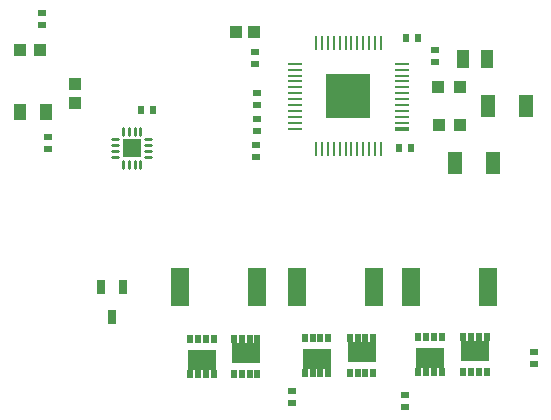
<source format=gtp>
G04 Layer: TopPasteMaskLayer*
G04 EasyEDA v6.3.43, 2020-06-06T21:57:39--5:00*
G04 e15436741f6a4511bf69b1aef7df7d06,7c1e8d740ba24e6f83eb2d53d3341807,10*
G04 Gerber Generator version 0.2*
G04 Scale: 100 percent, Rotated: No, Reflected: No *
G04 Dimensions in millimeters *
G04 leading zeros omitted , absolute positions ,3 integer and 3 decimal *
%FSLAX33Y33*%
%MOMM*%
G90*
G71D02*

%ADD21C,0.280010*%
%ADD27R,0.799998X0.499999*%
%ADD28R,0.999998X1.399997*%
%ADD29R,1.092200X0.990600*%
%ADD30R,1.199998X1.899996*%
%ADD31R,0.499999X0.700024*%
%ADD32R,2.480005X1.799996*%
%ADD33R,0.999998X1.550010*%
%ADD34R,0.699999X1.250010*%
%ADD35R,1.599997X1.599997*%
%ADD36R,1.599997X3.299993*%
%ADD37R,1.099998X0.999998*%
%ADD38R,0.999998X1.099998*%
%ADD39R,0.499999X0.799998*%
%ADD40R,0.254000X1.143000*%
%ADD41R,1.143000X0.254000*%
%ADD42R,1.143000X0.299999*%
%ADD43R,3.699993X3.699993*%

%LPD*%
G54D21*
G01X14275Y27159D02*
G01X14275Y26639D01*
G01X14776Y27159D02*
G01X14776Y26639D01*
G01X15273Y27159D02*
G01X15273Y26639D01*
G01X15774Y27159D02*
G01X15774Y26639D01*
G01X16164Y26249D02*
G01X16684Y26249D01*
G01X16164Y25748D02*
G01X16684Y25748D01*
G01X16164Y25251D02*
G01X16684Y25251D01*
G01X16164Y24750D02*
G01X16684Y24750D01*
G01X15774Y24360D02*
G01X15774Y23840D01*
G01X15273Y24360D02*
G01X15273Y23840D01*
G01X14776Y24360D02*
G01X14776Y23840D01*
G01X14275Y24360D02*
G01X14275Y23840D01*
G01X13365Y24750D02*
G01X13885Y24750D01*
G01X13365Y25251D02*
G01X13885Y25251D01*
G01X13365Y25748D02*
G01X13885Y25748D01*
G01X13365Y26249D02*
G01X13885Y26249D01*
G54D27*
G01X7404Y35956D03*
G01X7404Y36956D03*
G54D28*
G01X5543Y28581D03*
G01X7743Y28581D03*
G54D27*
G01X7912Y26415D03*
G01X7912Y25415D03*
G54D29*
G01X5538Y33788D03*
G01X7239Y33788D03*
G54D27*
G01X38138Y3571D03*
G01X38138Y4571D03*
G01X49060Y7254D03*
G01X49060Y8254D03*
G01X28613Y3952D03*
G01X28613Y4952D03*
G54D30*
G01X45580Y24263D03*
G01X42380Y24263D03*
G01X45175Y29089D03*
G01X48375Y29089D03*
G54D31*
G01X31668Y9438D03*
G01X31008Y9438D03*
G01X30348Y9438D03*
G01X29688Y9438D03*
G01X29688Y6468D03*
G01X30348Y6468D03*
G01X31008Y6468D03*
G01X31668Y6468D03*
G54D32*
G01X30678Y7668D03*
G54D31*
G01X21984Y9366D03*
G01X21323Y9366D03*
G01X20664Y9366D03*
G01X20004Y9366D03*
G01X20003Y6396D03*
G01X20664Y6396D03*
G01X21323Y6396D03*
G01X21984Y6396D03*
G54D32*
G01X20993Y7595D03*
G54D33*
G01X43107Y33026D03*
G01X45107Y33026D03*
G54D34*
G01X14323Y13702D03*
G01X12424Y13702D03*
G01X13373Y11203D03*
G54D31*
G01X23686Y6396D03*
G01X24347Y6396D03*
G01X25006Y6396D03*
G01X25666Y6396D03*
G01X25667Y9366D03*
G01X25006Y9366D03*
G01X24347Y9366D03*
G01X23686Y9366D03*
G54D32*
G01X24676Y8165D03*
G54D31*
G01X33498Y6468D03*
G01X34158Y6468D03*
G01X34818Y6468D03*
G01X35478Y6468D03*
G01X35478Y9438D03*
G01X34818Y9438D03*
G01X34158Y9438D03*
G01X33498Y9438D03*
G54D32*
G01X34488Y8238D03*
G54D31*
G01X43117Y6523D03*
G01X43778Y6523D03*
G01X44437Y6523D03*
G01X45097Y6523D03*
G01X45098Y9493D03*
G01X44437Y9493D03*
G01X43778Y9493D03*
G01X43117Y9493D03*
G54D32*
G01X44107Y8292D03*
G54D31*
G01X41288Y9493D03*
G01X40627Y9493D03*
G01X39968Y9493D03*
G01X39308Y9493D03*
G01X39307Y6523D03*
G01X39968Y6523D03*
G01X40627Y6523D03*
G01X41288Y6523D03*
G54D32*
G01X40297Y7722D03*
G54D35*
G01X15024Y25499D03*
G54D27*
G01X25636Y29132D03*
G01X25636Y30132D03*
G01X25636Y26973D03*
G01X25636Y27973D03*
G01X25565Y25779D03*
G01X25565Y24779D03*
G54D36*
G01X45198Y13722D03*
G01X38699Y13722D03*
G01X29047Y13722D03*
G01X35546Y13722D03*
G01X25640Y13722D03*
G01X19141Y13722D03*
G54D37*
G01X10198Y30906D03*
G01X10198Y29306D03*
G54D38*
G01X25420Y35347D03*
G01X23821Y35347D03*
G54D27*
G01X40749Y32815D03*
G01X40749Y33815D03*
G54D39*
G01X38274Y34804D03*
G01X39274Y34804D03*
G01X38638Y25533D03*
G01X37638Y25533D03*
G54D27*
G01X25438Y32654D03*
G01X25438Y33654D03*
G54D39*
G01X16794Y28708D03*
G01X15794Y28708D03*
G54D40*
G01X36133Y34386D03*
G01X35634Y34386D03*
G01X35133Y34386D03*
G01X34634Y34386D03*
G01X34133Y34386D03*
G01X33634Y34386D03*
G01X33133Y34386D03*
G01X32634Y34386D03*
G01X32133Y34386D03*
G01X31634Y34386D03*
G01X31133Y34386D03*
G01X30634Y34386D03*
G54D41*
G01X28883Y32636D03*
G01X28883Y32136D03*
G01X28883Y31636D03*
G01X28883Y31136D03*
G01X28883Y30636D03*
G01X28883Y30136D03*
G01X28883Y29636D03*
G01X28883Y29136D03*
G01X28883Y28636D03*
G01X28883Y28136D03*
G01X28883Y27636D03*
G01X28883Y27136D03*
G54D40*
G01X30634Y25386D03*
G01X31133Y25386D03*
G01X31634Y25386D03*
G01X32133Y25386D03*
G01X32634Y25386D03*
G01X33133Y25386D03*
G01X33634Y25386D03*
G01X34133Y25386D03*
G01X34634Y25386D03*
G01X35133Y25386D03*
G01X35634Y25386D03*
G01X36133Y25386D03*
G54D42*
G01X37883Y27136D03*
G54D41*
G01X37883Y27636D03*
G01X37883Y28136D03*
G01X37883Y28636D03*
G01X37883Y29136D03*
G01X37883Y29636D03*
G01X37883Y30136D03*
G01X37883Y30636D03*
G01X37883Y31136D03*
G01X37883Y31636D03*
G01X37883Y32136D03*
G01X37883Y32636D03*
G54D43*
G01X33384Y29885D03*
G54D38*
G01X42848Y27438D03*
G01X41048Y27438D03*
G01X40992Y30648D03*
G01X42793Y30648D03*
M00*
M02*

</source>
